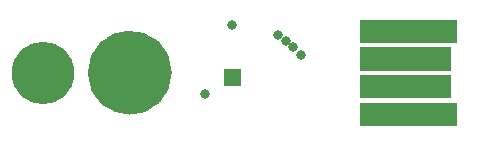
<source format=gbs>
G04 Layer: BottomSolderMaskLayer*
G04 EasyEDA v6.3.53, 2020-06-10T18:14:14+08:00*
G04 70510a8a35ed4085a1cd130cdd61ad63,2a3559ba94084103b258dd4c46581d95,10*
G04 Gerber Generator version 0.2*
G04 Scale: 100 percent, Rotated: No, Reflected: No *
G04 Dimensions in inches *
G04 leading zeros omitted , absolute positions ,2 integer and 4 decimal *
%FSLAX24Y24*%
%MOIN*%
G90*
G70D02*

%ADD31C,0.110000*%
%ADD42C,0.208000*%
%ADD43C,0.032000*%

%LPD*%
G54D42*
G01X2406Y4867D03*
G54D43*
G01X10756Y5716D03*
G01X10506Y5916D03*
G01X10256Y6116D03*
G01X7806Y4166D03*
G01X11006Y5466D03*
G01X8706Y6467D03*
G36*
G01X8433Y4407D02*
G01X8433Y4987D01*
G01X9013Y4987D01*
G01X9013Y4407D01*
G01X8433Y4407D01*
G37*
G54D31*
G75*
G01X6157Y4868D02*
G03X6157Y4868I-850J0D01*
G01*

%LPD*%
G36*
G01X16226Y6627D02*
G01X12986Y6627D01*
G01X12986Y5847D01*
G01X16226Y5847D01*
G01X16226Y6627D01*
G37*

%LPD*%
G36*
G01X16226Y3867D02*
G01X12986Y3867D01*
G01X12986Y3087D01*
G01X16226Y3087D01*
G01X16226Y3867D01*
G37*

%LPD*%
G36*
G01X16026Y5707D02*
G01X12986Y5707D01*
G01X12986Y4927D01*
G01X16026Y4927D01*
G01X16026Y5707D01*
G37*

%LPD*%
G36*
G01X16026Y4797D02*
G01X12986Y4797D01*
G01X12986Y4017D01*
G01X16026Y4017D01*
G01X16026Y4797D01*
G37*

%LPD*%
G36*
G01X5606Y5165D02*
G01X5006Y5165D01*
G01X5006Y4565D01*
G01X5606Y4565D01*
G01X5606Y5165D01*
G37*
M00*
M02*

</source>
